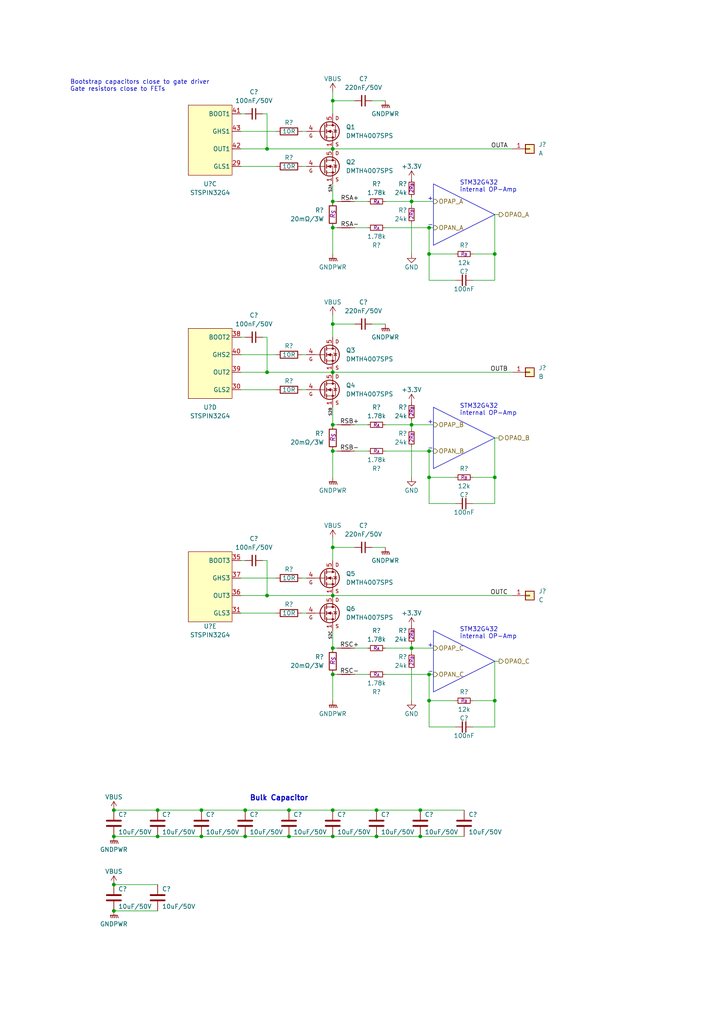
<source format=kicad_sch>
(kicad_sch (version 20230121) (generator eeschema)
  (paper "A4" portrait)
  (junction (at 96.52 130.81))
  (junction (at 71.12 242.57))
  (junction (at 124.46 66.04))
  (junction (at 77.47 43.18))
  (junction (at 119.38 123.19))
  (junction (at 96.52 187.96))
  (junction (at 71.12 234.95))
  (junction (at 33.02 242.57))
  (junction (at 124.46 195.58))
  (junction (at 58.42 234.95))
  (junction (at 143.51 138.43))
  (junction (at 109.22 234.95))
  (junction (at 124.46 138.43))
  (junction (at 96.52 93.98))
  (junction (at 143.51 203.2))
  (junction (at 96.52 242.57))
  (junction (at 96.52 43.18))
  (junction (at 33.02 264.16))
  (junction (at 33.02 234.95))
  (junction (at 45.72 242.57))
  (junction (at 96.52 66.04))
  (junction (at 96.52 107.95))
  (junction (at 83.82 242.57))
  (junction (at 121.92 242.57))
  (junction (at 96.52 123.19))
  (junction (at 58.42 242.57))
  (junction (at 124.46 130.81))
  (junction (at 109.22 242.57))
  (junction (at 96.52 195.58))
  (junction (at 33.02 256.54))
  (junction (at 96.52 158.75))
  (junction (at 96.52 58.42))
  (junction (at 96.52 234.95))
  (junction (at 121.92 234.95))
  (junction (at 96.52 29.21))
  (junction (at 124.46 203.2))
  (junction (at 45.72 234.95))
  (junction (at 77.47 107.95))
  (junction (at 124.46 73.66))
  (junction (at 119.38 58.42))
  (junction (at 143.51 73.66))
  (junction (at 77.47 172.72))
  (junction (at 119.38 187.96))
  (junction (at 83.82 234.95))
  (junction (at 96.52 172.72))
  (wire (pts (xy 69.85 48.26) (xy 80.01 48.26)))
  (wire (pts (xy 33.02 256.54) (xy 45.72 256.54)))
  (wire (pts (xy 69.85 102.87) (xy 80.01 102.87)))
  (polyline (pts (xy 125.73 182.88) (xy 143.51 191.77)))
  (wire (pts (xy 96.52 156.21) (xy 96.52 158.75)))
  (wire (pts (xy 96.52 29.21) (xy 96.52 33.02)))
  (wire (pts (xy 102.87 195.58) (xy 106.68 195.58)))
  (wire (pts (xy 69.85 113.03) (xy 80.01 113.03)))
  (wire (pts (xy 102.87 130.81) (xy 106.68 130.81)))
  (wire (pts (xy 58.42 234.95) (xy 71.12 234.95)))
  (polyline (pts (xy 125.73 71.12) (xy 143.51 62.23)))
  (wire (pts (xy 137.16 146.05) (xy 143.51 146.05)))
  (wire (pts (xy 132.08 81.28) (xy 124.46 81.28)))
  (wire (pts (xy 45.72 234.95) (xy 58.42 234.95)))
  (wire (pts (xy 143.51 203.2) (xy 143.51 191.77)))
  (wire (pts (xy 102.87 123.19) (xy 106.68 123.19)))
  (wire (pts (xy 77.47 33.02) (xy 76.2 33.02)))
  (wire (pts (xy 119.38 121.92) (xy 119.38 123.19)))
  (polyline (pts (xy 125.73 53.34) (xy 143.51 62.23)))
  (wire (pts (xy 71.12 234.95) (xy 83.82 234.95)))
  (wire (pts (xy 45.72 242.57) (xy 58.42 242.57)))
  (wire (pts (xy 137.16 203.2) (xy 143.51 203.2)))
  (polyline (pts (xy 125.73 118.11) (xy 143.51 127)))
  (wire (pts (xy 77.47 43.18) (xy 96.52 43.18)))
  (wire (pts (xy 77.47 107.95) (xy 96.52 107.95)))
  (wire (pts (xy 96.52 26.67) (xy 96.52 29.21)))
  (wire (pts (xy 96.52 43.18) (xy 148.59 43.18)))
  (wire (pts (xy 87.63 177.8) (xy 88.9 177.8)))
  (wire (pts (xy 77.47 172.72) (xy 96.52 172.72)))
  (wire (pts (xy 77.47 97.79) (xy 77.47 107.95)))
  (polyline (pts (xy 125.73 135.89) (xy 125.73 118.11)))
  (wire (pts (xy 83.82 242.57) (xy 96.52 242.57)))
  (wire (pts (xy 107.95 93.98) (xy 111.76 93.98)))
  (wire (pts (xy 96.52 182.88) (xy 96.52 187.96)))
  (wire (pts (xy 97.79 58.42) (xy 96.52 58.42)))
  (wire (pts (xy 96.52 53.34) (xy 96.52 58.42)))
  (wire (pts (xy 143.51 127) (xy 144.78 127)))
  (wire (pts (xy 96.52 172.72) (xy 148.59 172.72)))
  (wire (pts (xy 119.38 129.54) (xy 119.38 138.43)))
  (wire (pts (xy 137.16 210.82) (xy 143.51 210.82)))
  (wire (pts (xy 69.85 172.72) (xy 77.47 172.72)))
  (wire (pts (xy 69.85 107.95) (xy 77.47 107.95)))
  (wire (pts (xy 124.46 130.81) (xy 125.73 130.81)))
  (wire (pts (xy 119.38 124.46) (xy 119.38 123.19)))
  (wire (pts (xy 119.38 59.69) (xy 119.38 58.42)))
  (wire (pts (xy 97.79 130.81) (xy 96.52 130.81)))
  (wire (pts (xy 69.85 43.18) (xy 77.47 43.18)))
  (wire (pts (xy 69.85 38.1) (xy 80.01 38.1)))
  (wire (pts (xy 111.76 187.96) (xy 119.38 187.96)))
  (wire (pts (xy 132.08 203.2) (xy 124.46 203.2)))
  (wire (pts (xy 143.51 191.77) (xy 144.78 191.77)))
  (wire (pts (xy 119.38 123.19) (xy 125.73 123.19)))
  (wire (pts (xy 143.51 73.66) (xy 143.51 62.23)))
  (wire (pts (xy 96.52 242.57) (xy 109.22 242.57)))
  (wire (pts (xy 102.87 187.96) (xy 106.68 187.96)))
  (wire (pts (xy 96.52 107.95) (xy 148.59 107.95)))
  (wire (pts (xy 111.76 130.81) (xy 124.46 130.81)))
  (polyline (pts (xy 125.73 71.12) (xy 125.73 53.34)))
  (wire (pts (xy 137.16 73.66) (xy 143.51 73.66)))
  (wire (pts (xy 124.46 195.58) (xy 125.73 195.58)))
  (wire (pts (xy 96.52 118.11) (xy 96.52 123.19)))
  (wire (pts (xy 102.87 58.42) (xy 106.68 58.42)))
  (wire (pts (xy 87.63 102.87) (xy 88.9 102.87)))
  (wire (pts (xy 83.82 234.95) (xy 96.52 234.95)))
  (wire (pts (xy 96.52 234.95) (xy 109.22 234.95)))
  (wire (pts (xy 96.52 29.21) (xy 102.87 29.21)))
  (wire (pts (xy 97.79 123.19) (xy 96.52 123.19)))
  (wire (pts (xy 77.47 33.02) (xy 77.47 43.18)))
  (wire (pts (xy 97.79 195.58) (xy 96.52 195.58)))
  (wire (pts (xy 96.52 91.44) (xy 96.52 93.98)))
  (wire (pts (xy 124.46 130.81) (xy 124.46 138.43)))
  (wire (pts (xy 69.85 97.79) (xy 71.12 97.79)))
  (wire (pts (xy 58.42 242.57) (xy 71.12 242.57)))
  (wire (pts (xy 87.63 167.64) (xy 88.9 167.64)))
  (wire (pts (xy 33.02 242.57) (xy 45.72 242.57)))
  (wire (pts (xy 87.63 38.1) (xy 88.9 38.1)))
  (wire (pts (xy 143.51 146.05) (xy 143.51 138.43)))
  (wire (pts (xy 143.51 62.23) (xy 144.78 62.23)))
  (wire (pts (xy 107.95 158.75) (xy 111.76 158.75)))
  (wire (pts (xy 96.52 138.43) (xy 96.52 130.81)))
  (wire (pts (xy 124.46 146.05) (xy 124.46 138.43)))
  (wire (pts (xy 119.38 186.69) (xy 119.38 187.96)))
  (wire (pts (xy 69.85 33.02) (xy 71.12 33.02)))
  (wire (pts (xy 143.51 138.43) (xy 143.51 127)))
  (wire (pts (xy 124.46 195.58) (xy 124.46 203.2)))
  (wire (pts (xy 132.08 138.43) (xy 124.46 138.43)))
  (wire (pts (xy 109.22 242.57) (xy 121.92 242.57)))
  (wire (pts (xy 87.63 113.03) (xy 88.9 113.03)))
  (wire (pts (xy 132.08 146.05) (xy 124.46 146.05)))
  (wire (pts (xy 69.85 167.64) (xy 80.01 167.64)))
  (wire (pts (xy 96.52 93.98) (xy 102.87 93.98)))
  (wire (pts (xy 71.12 242.57) (xy 83.82 242.57)))
  (wire (pts (xy 119.38 187.96) (xy 125.73 187.96)))
  (wire (pts (xy 137.16 138.43) (xy 143.51 138.43)))
  (wire (pts (xy 111.76 123.19) (xy 119.38 123.19)))
  (wire (pts (xy 119.38 64.77) (xy 119.38 73.66)))
  (wire (pts (xy 97.79 66.04) (xy 96.52 66.04)))
  (wire (pts (xy 69.85 177.8) (xy 80.01 177.8)))
  (wire (pts (xy 119.38 57.15) (xy 119.38 58.42)))
  (wire (pts (xy 111.76 195.58) (xy 124.46 195.58)))
  (wire (pts (xy 96.52 203.2) (xy 96.52 195.58)))
  (wire (pts (xy 96.52 158.75) (xy 102.87 158.75)))
  (wire (pts (xy 96.52 158.75) (xy 96.52 162.56)))
  (wire (pts (xy 97.79 187.96) (xy 96.52 187.96)))
  (wire (pts (xy 124.46 81.28) (xy 124.46 73.66)))
  (wire (pts (xy 33.02 264.16) (xy 45.72 264.16)))
  (wire (pts (xy 143.51 210.82) (xy 143.51 203.2)))
  (wire (pts (xy 96.52 93.98) (xy 96.52 97.79)))
  (wire (pts (xy 137.16 81.28) (xy 143.51 81.28)))
  (wire (pts (xy 77.47 162.56) (xy 77.47 172.72)))
  (wire (pts (xy 124.46 66.04) (xy 125.73 66.04)))
  (wire (pts (xy 132.08 210.82) (xy 124.46 210.82)))
  (wire (pts (xy 119.38 194.31) (xy 119.38 203.2)))
  (wire (pts (xy 33.02 234.95) (xy 45.72 234.95)))
  (wire (pts (xy 121.92 234.95) (xy 134.62 234.95)))
  (wire (pts (xy 102.87 66.04) (xy 106.68 66.04)))
  (polyline (pts (xy 125.73 200.66) (xy 125.73 182.88)))
  (wire (pts (xy 77.47 97.79) (xy 76.2 97.79)))
  (wire (pts (xy 121.92 242.57) (xy 134.62 242.57)))
  (wire (pts (xy 119.38 58.42) (xy 125.73 58.42)))
  (wire (pts (xy 107.95 29.21) (xy 111.76 29.21)))
  (wire (pts (xy 109.22 234.95) (xy 121.92 234.95)))
  (wire (pts (xy 132.08 73.66) (xy 124.46 73.66)))
  (wire (pts (xy 111.76 58.42) (xy 119.38 58.42)))
  (wire (pts (xy 124.46 66.04) (xy 124.46 73.66)))
  (wire (pts (xy 87.63 48.26) (xy 88.9 48.26)))
  (wire (pts (xy 119.38 189.23) (xy 119.38 187.96)))
  (wire (pts (xy 111.76 66.04) (xy 124.46 66.04)))
  (polyline (pts (xy 125.73 135.89) (xy 143.51 127)))
  (wire (pts (xy 124.46 210.82) (xy 124.46 203.2)))
  (wire (pts (xy 143.51 81.28) (xy 143.51 73.66)))
  (wire (pts (xy 69.85 162.56) (xy 71.12 162.56)))
  (wire (pts (xy 77.47 162.56) (xy 76.2 162.56)))
  (wire (pts (xy 96.52 73.66) (xy 96.52 66.04)))
  (polyline (pts (xy 125.73 200.66) (xy 143.51 191.77)))
  (text "+" (at 125.73 123.19 0) (effects (font (size 1.27 1.27)) (justify right bottom)))
  (text "-" (at 125.73 130.81 0) (effects (font (size 1.27 1.27)) (justify right bottom)))
  (text "Bulk Capacitor" (at 72.39 232.41 0) (effects (font (size 1.5 1.5) (thickness 0.3) bold) (justify left bottom)))
  (text "+" (at 125.73 58.42 0) (effects (font (size 1.27 1.27)) (justify right bottom)))
  (text "+" (at 125.73 187.96 0) (effects (font (size 1.27 1.27)) (justify right bottom)))
  (text "STM32G432\ninternal OP-Amp" (at 133.35 55.88 0) (effects (font (size 1.27 1.27)) (justify left bottom)))
  (text "STM32G432\ninternal OP-Amp" (at 133.35 185.42 0) (effects (font (size 1.27 1.27)) (justify left bottom)))
  (text "Bootstrap capacitors close to gate driver\nGate resistors close to FETs" (at 20.32 26.67 0) (effects (font (size 1.27 1.27)) (justify left bottom)))
  (text "-" (at 125.73 66.04 0) (effects (font (size 1.27 1.27)) (justify right bottom)))
  (text "-" (at 125.73 195.58 0) (effects (font (size 1.27 1.27)) (justify right bottom)))
  (text "STM32G432\ninternal OP-Amp" (at 133.35 120.65 0) (effects (font (size 1.27 1.27)) (justify left bottom)))
  (label "S2B" (at 96.52 118.11 270) (effects (font (size 0.8 0.8))))
  (label "RSA-" (at 104.14 66.04 180))
  (label "RSC-" (at 104.14 195.58 180))
  (label "RSA+" (at 104.14 58.42 180))
  (label "S2A" (at 96.52 53.34 270) (effects (font (size 0.8 0.8))))
  (label "RSB+" (at 104.14 123.19 180))
  (label "RSB-" (at 104.14 130.81 180))
  (label "S2C" (at 96.52 182.88 270) (effects (font (size 0.8 0.8))))
  (label "RSC+" (at 104.14 187.96 180))
  (label "OUTC" (at 147.32 172.72 180))
  (label "OUTA" (at 147.32 43.18 180))
  (label "OUTB" (at 147.32 107.95 180))
  (hierarchical_label "OPAO_B" (shape output) (at 144.78 127 0))
  (hierarchical_label "OPAN_C" (shape output) (at 125.73 195.58 0))
  (hierarchical_label "OPAO_A" (shape output) (at 144.78 62.23 0))
  (hierarchical_label "OPAP_C" (shape output) (at 125.73 187.96 0))
  (hierarchical_label "OPAN_B" (shape output) (at 125.73 130.81 0))
  (hierarchical_label "OPAP_B" (shape output) (at 125.73 123.19 0))
  (hierarchical_label "OPAO_C" (shape output) (at 144.78 191.77 0))
  (hierarchical_label "OPAN_A" (shape output) (at 125.73 66.04 0))
  (hierarchical_label "OPAP_A" (shape output) (at 125.73 58.42 0))
  (symbol (lib_id "Device:C") (at 121.92 238.76 0) (mirror y) (unit 1)
    (property "Reference" "C?" (at 123.19 236.22 0) (effects (justify right)))
    (property "Value" "10uF/50V" (at 123.19 241.3 0) (effects (justify right)))
    (property "Footprint" "Capacitor_SMD:C_0805_2012Metric" (effects hide))
    (property "LCSC" "C440198" (effects hide))
    (property "MFR. Part#" "GRM21BR61H106KE43L" (effects hide))
    (instances (project "moco-rd321" (path "" (reference "C?") (unit 1))) (project "moco-oi401" (path "" (reference "C?") (unit 1)) (path "" (reference "C?") (unit 1))) (project "moco-bkd8316" (path "" (reference "C?") (unit 1))) (project "moco-pg4" (path "" (reference "C30") (unit 1))))
  )
  (symbol (lib_id "power:VBUS") (at 96.52 26.67 0) (unit 1)
    (property "Reference" "#PWR?" (effects hide))
    (property "Value" "VBUS" (at 96.52 22.86 0))
    (instances (project "moco-pg4" (path "" (reference "#PWR?") (unit 1)) (path "" (reference "#PWR029") (unit 1))))
  )
  (symbol (lib_id "Device:NetTie_2") (at 100.33 195.58 0) (mirror y) (unit 1) (in_bom no)
    (property "Reference" "NT?" (effects hide))
    (property "Value" "NetTie_2" (effects hide))
    (property "Footprint" "NetTie:NetTie-2_SMD_Pad0.5mm" (effects hide))
    (instances (project "moco-rd321" (path "" (reference "NT?") (unit 1)) (path "" (reference "NT?") (unit 1))) (project "moco-rd501" (path "" (reference "NT?") (unit 1))) (project "moco-pg4" (path "" (reference "NT?") (unit 1)) (path "" (reference "NT6") (unit 1))))
  )
  (symbol (lib_id "Device:C_Small") (at 105.41 29.21 270) (mirror x) (unit 1)
    (property "Reference" "C?" (at 105.41 22.86 90))
    (property "Value" "220nF/50V" (at 105.41 25.4 90))
    (property "Footprint" "Capacitor_SMD:C_0805_2012Metric" (effects hide))
    (property "LCSC" "C5378" (effects hide))
    (property "MFR. Part#" "CL21B224KBFNNNE" (effects hide))
    (instances (project "moco-rd321" (path "" (reference "C?") (unit 1)) (path "" (reference "C?") (unit 1))) (project "moco-pg4" (path "" (reference "C?") (unit 1)) (path "" (reference "C14") (unit 1))))
  )
  (symbol (lib_id "power:GNDPWR") (at 33.02 242.57 0) (mirror y) (unit 1)
    (property "Reference" "#PWR?" (effects hide))
    (property "Value" "GNDPWR" (at 33.02 246.38 0))
    (instances (project "moco-rd321" (path "" (reference "#PWR?") (unit 1)) (path "" (reference "#PWR?") (unit 1))) (project "moco-rd501" (path "" (reference "#PWR?") (unit 1))) (project "moco-pg4" (path "" (reference "#PWR045") (unit 1))))
  )
  (symbol (lib_id "moco:DMTH4007SPS") (at 96.52 167.64 0) (unit 1)
    (property "Reference" "Q5" (at 100.33 166.37 0) (effects (justify left)))
    (property "Value" "DMTH4007SPS" (at 100.33 168.91 0) (effects (justify left)))
    (property "Footprint" "moco:PowerDI5060-8" (effects hide))
    (property "Datasheet" "https://www.diodes.com/assets/Datasheets/DMTH4007SPS.pdf" (effects hide))
  )
  (symbol (lib_id "Device:C") (at 96.52 238.76 0) (mirror y) (unit 1)
    (property "Reference" "C?" (at 97.79 236.22 0) (effects (justify right)))
    (property "Value" "10uF/50V" (at 97.79 241.3 0) (effects (justify right)))
    (property "Footprint" "Capacitor_SMD:C_0805_2012Metric" (effects hide))
    (property "LCSC" "C440198" (effects hide))
    (property "MFR. Part#" "GRM21BR61H106KE43L" (effects hide))
    (instances (project "moco-rd321" (path "" (reference "C?") (unit 1))) (project "moco-oi401" (path "" (reference "C?") (unit 1)) (path "" (reference "C?") (unit 1))) (project "moco-bkd8316" (path "" (reference "C?") (unit 1))) (project "moco-pg4" (path "" (reference "C28") (unit 1))))
  )
  (symbol (lib_id "Device:R") (at 96.52 62.23 0) (mirror y) (unit 1)
    (property "Reference" "R?" (at 93.98 60.96 0) (effects (justify left)))
    (property "Value" "20mΩ/3W" (at 93.98 63.5 0) (effects (justify left)))
    (property "Footprint" "Resistor_SMD:R_2512_6332Metric" (effects hide))
    (property "LCSC" "C840620" (effects hide))
    (property "MFR. Part#" "CRA2512-FZ-R020ELF" (effects hide))
    (property "Note" "R_{S}" (at 96.52 62.23 90) (effects (font italic)))
    (instances (project "moco-rd321" (path "" (reference "R?") (unit 1)) (path "" (reference "R?") (unit 1))) (project "moco-rd501" (path "" (reference "R?") (unit 1))) (project "moco-pg4" (path "" (reference "R?") (unit 1)) (path "" (reference "R13") (unit 1))))
  )
  (symbol (lib_id "Device:C") (at 45.72 238.76 0) (mirror y) (unit 1)
    (property "Reference" "C?" (at 46.99 236.22 0) (effects (justify right)))
    (property "Value" "10uF/50V" (at 46.99 241.3 0) (effects (justify right)))
    (property "Footprint" "Capacitor_SMD:C_0805_2012Metric" (effects hide))
    (property "LCSC" "C440198" (effects hide))
    (property "MFR. Part#" "GRM21BR61H106KE43L" (effects hide))
    (instances (project "moco-rd321" (path "" (reference "C?") (unit 1))) (project "moco-oi401" (path "" (reference "C?") (unit 1)) (path "" (reference "C?") (unit 1))) (project "moco-bkd8316" (path "" (reference "C?") (unit 1))) (project "moco-pg4" (path "" (reference "C24") (unit 1))))
  )
  (symbol (lib_id "power:+3.3V") (at 119.38 52.07 0) (unit 1)
    (property "Reference" "#PWR?" (effects hide))
    (property "Value" "+3.3V" (at 119.38 48.26 0))
    (instances (project "moco-rd321" (path "" (reference "#PWR?") (unit 1)) (path "" (reference "#PWR?") (unit 1)) (path "" (reference "#PWR?") (unit 1))) (project "moco-pg4" (path "" (reference "#PWR031") (unit 1))))
  )
  (symbol (lib_id "Device:NetTie_2") (at 100.33 66.04 0) (mirror y) (unit 1) (in_bom no)
    (property "Reference" "NT?" (effects hide))
    (property "Value" "NetTie_2" (effects hide))
    (property "Footprint" "NetTie:NetTie-2_SMD_Pad0.5mm" (effects hide))
    (instances (project "moco-rd321" (path "" (reference "NT?") (unit 1)) (path "" (reference "NT?") (unit 1))) (project "moco-rd501" (path "" (reference "NT?") (unit 1))) (project "moco-pg4" (path "" (reference "NT?") (unit 1)) (path "" (reference "NT2") (unit 1))))
  )
  (symbol (lib_id "Device:R_Small") (at 109.22 123.19 90) (unit 1)
    (property "Reference" "R?" (at 109.22 118.11 90))
    (property "Value" "1.78k" (at 109.22 120.65 90))
    (property "Footprint" "Resistor_SMD:R_0402_1005Metric" (effects hide))
    (property "LCSC" "C284379" (effects hide))
    (property "MFR. Part#" "ARG02FTC1781" (effects hide))
    (property "Note" "R_{A}" (at 109.22 123.19 90) (effects (font (size 1 1) italic)))
    (instances (project "moco-rd321" (path "" (reference "R?") (unit 1)) (path "" (reference "R?") (unit 1))) (project "moco-pg4" (path "" (reference "R20") (unit 1))))
  )
  (symbol (lib_id "Device:C_Small") (at 134.62 210.82 270) (mirror x) (unit 1)
    (property "Reference" "C?" (at 134.62 208.28 90))
    (property "Value" "100nF" (at 134.62 213.36 90))
    (property "Footprint" "Capacitor_SMD:C_0402_1005Metric" (effects hide))
    (property "LCSC" "C5378" (effects hide))
    (property "MFR. Part#" "CL21B224KBFNNNE" (effects hide))
    (instances (project "moco-rd321" (path "" (reference "C?") (unit 1)) (path "" (reference "C?") (unit 1))) (project "moco-pg4" (path "" (reference "C?") (unit 1)) (path "" (reference "C22") (unit 1))))
  )
  (symbol (lib_id "power:GNDPWR") (at 96.52 73.66 0) (mirror y) (unit 1)
    (property "Reference" "#PWR?" (effects hide))
    (property "Value" "GNDPWR" (at 96.52 77.47 0))
    (instances (project "moco-rd321" (path "" (reference "#PWR?") (unit 1)) (path "" (reference "#PWR?") (unit 1))) (project "moco-rd501" (path "" (reference "#PWR?") (unit 1))) (project "moco-pg4" (path "" (reference "#PWR?") (unit 1)) (path "" (reference "#PWR032") (unit 1))))
  )
  (symbol (lib_id "moco:STSPIN32G4") (at 60.96 105.41 0) (unit 4)
    (property "Reference" "U?" (at 60.96 118.11 0))
    (property "Value" "STSPIN32G4" (at 60.96 120.65 0))
    (property "Footprint" "moco:VFQFPN 9X9X1.0 64 PITCH 0.5" (effects hide))
    (property "LCSC" "C2858620" (effects hide))
    (property "MFR. Part#" "STSPIN32G4" (effects hide))
    (instances (project "moco-pg4" (path "" (reference "U?") (unit 4)) (path "" (reference "U1") (unit 4))))
  )
  (symbol (lib_id "Device:NetTie_2") (at 100.33 130.81 0) (mirror y) (unit 1) (in_bom no)
    (property "Reference" "NT?" (effects hide))
    (property "Value" "NetTie_2" (effects hide))
    (property "Footprint" "NetTie:NetTie-2_SMD_Pad0.5mm" (effects hide))
    (instances (project "moco-rd321" (path "" (reference "NT?") (unit 1)) (path "" (reference "NT?") (unit 1))) (project "moco-rd501" (path "" (reference "NT?") (unit 1))) (project "moco-pg4" (path "" (reference "NT?") (unit 1)) (path "" (reference "NT4") (unit 1))))
  )
  (symbol (lib_id "power:GNDPWR") (at 96.52 203.2 0) (mirror y) (unit 1)
    (property "Reference" "#PWR?" (effects hide))
    (property "Value" "GNDPWR" (at 96.52 207.01 0))
    (instances (project "moco-rd321" (path "" (reference "#PWR?") (unit 1)) (path "" (reference "#PWR?") (unit 1))) (project "moco-rd501" (path "" (reference "#PWR?") (unit 1))) (project "moco-pg4" (path "" (reference "#PWR?") (unit 1)) (path "" (reference "#PWR042") (unit 1))))
  )
  (symbol (lib_id "power:GND") (at 119.38 138.43 0) (unit 1)
    (property "Reference" "#PWR?" (effects hide))
    (property "Value" "GND" (at 119.38 142.24 0))
    (instances (project "moco-rd321" (path "" (reference "#PWR?") (unit 1)) (path "" (reference "#PWR?") (unit 1))) (project "moco-pg4" (path "" (reference "#PWR038") (unit 1))))
  )
  (symbol (lib_id "Device:R") (at 83.82 177.8 90) (unit 1)
    (property "Reference" "R?" (at 83.82 175.26 90))
    (property "Value" "10R" (at 83.82 177.8 90))
    (property "Footprint" "Resistor_SMD:R_0402_1005Metric" (effects hide))
    (property "LCSC" "C25077" (effects hide))
    (property "MFR. Part#" "0402WGF100JTCE" (effects hide))
    (instances (project "moco-rd321" (path "" (reference "R?") (unit 1)) (path "" (reference "R?") (unit 1))) (project "moco-pg4" (path "" (reference "R?") (unit 1)) (path "" (reference "R26") (unit 1))))
  )
  (symbol (lib_id "Device:NetTie_2") (at 100.33 58.42 0) (mirror y) (unit 1) (in_bom no)
    (property "Reference" "NT?" (effects hide))
    (property "Value" "NetTie_2" (effects hide))
    (property "Footprint" "NetTie:NetTie-2_SMD_Pad0.5mm" (effects hide))
    (instances (project "moco-rd321" (path "" (reference "NT?") (unit 1)) (path "" (reference "NT?") (unit 1))) (project "moco-rd501" (path "" (reference "NT?") (unit 1))) (project "moco-pg4" (path "" (reference "NT?") (unit 1)) (path "" (reference "NT1") (unit 1))))
  )
  (symbol (lib_id "Device:R") (at 83.82 102.87 90) (unit 1)
    (property "Reference" "R?" (at 83.82 100.33 90))
    (property "Value" "10R" (at 83.82 102.87 90))
    (property "Footprint" "Resistor_SMD:R_0402_1005Metric" (effects hide))
    (property "LCSC" "C25077" (effects hide))
    (property "MFR. Part#" "0402WGF100JTCE" (effects hide))
    (instances (project "moco-rd321" (path "" (reference "R?") (unit 1)) (path "" (reference "R?") (unit 1))) (project "moco-pg4" (path "" (reference "R?") (unit 1)) (path "" (reference "R17") (unit 1))))
  )
  (symbol (lib_id "Device:NetTie_2") (at 100.33 187.96 0) (mirror y) (unit 1) (in_bom no)
    (property "Reference" "NT?" (effects hide))
    (property "Value" "NetTie_2" (effects hide))
    (property "Footprint" "NetTie:NetTie-2_SMD_Pad0.5mm" (effects hide))
    (instances (project "moco-rd321" (path "" (reference "NT?") (unit 1)) (path "" (reference "NT?") (unit 1))) (project "moco-rd501" (path "" (reference "NT?") (unit 1))) (project "moco-pg4" (path "" (reference "NT?") (unit 1)) (path "" (reference "NT5") (unit 1))))
  )
  (symbol (lib_id "Device:R") (at 96.52 127 0) (mirror y) (unit 1)
    (property "Reference" "R?" (at 93.98 125.73 0) (effects (justify left)))
    (property "Value" "20mΩ/3W" (at 93.98 128.27 0) (effects (justify left)))
    (property "Footprint" "Resistor_SMD:R_2512_6332Metric" (effects hide))
    (property "LCSC" "C840620" (effects hide))
    (property "MFR. Part#" "CRA2512-FZ-R020ELF" (effects hide))
    (property "Note" "R_{S}" (at 96.52 127 90) (effects (font italic)))
    (instances (project "moco-rd321" (path "" (reference "R?") (unit 1)) (path "" (reference "R?") (unit 1))) (project "moco-rd501" (path "" (reference "R?") (unit 1))) (project "moco-pg4" (path "" (reference "R?") (unit 1)) (path "" (reference "R21") (unit 1))))
  )
  (symbol (lib_id "Device:C") (at 45.72 260.35 0) (mirror y) (unit 1)
    (property "Reference" "C?" (at 46.99 257.81 0) (effects (justify right)))
    (property "Value" "10uF/50V" (at 46.99 262.89 0) (effects (justify right)))
    (property "Footprint" "Capacitor_SMD:C_0805_2012Metric" (effects hide))
    (property "LCSC" "C440198" (effects hide))
    (property "MFR. Part#" "GRM21BR61H106KE43L" (effects hide))
    (instances (project "moco-rd321" (path "" (reference "C?") (unit 1))) (project "moco-oi401" (path "" (reference "C?") (unit 1)) (path "" (reference "C?") (unit 1))) (project "moco-bkd8316" (path "" (reference "C?") (unit 1))) (project "moco-pg4" (path "" (reference "C34") (unit 1))))
  )
  (symbol (lib_id "Device:C") (at 109.22 238.76 0) (mirror y) (unit 1)
    (property "Reference" "C?" (at 110.49 236.22 0) (effects (justify right)))
    (property "Value" "10uF/50V" (at 110.49 241.3 0) (effects (justify right)))
    (property "Footprint" "Capacitor_SMD:C_0805_2012Metric" (effects hide))
    (property "LCSC" "C440198" (effects hide))
    (property "MFR. Part#" "GRM21BR61H106KE43L" (effects hide))
    (instances (project "moco-rd321" (path "" (reference "C?") (unit 1))) (project "moco-oi401" (path "" (reference "C?") (unit 1)) (path "" (reference "C?") (unit 1))) (project "moco-bkd8316" (path "" (reference "C?") (unit 1))) (project "moco-pg4" (path "" (reference "C29") (unit 1))))
  )
  (symbol (lib_id "Device:C") (at 58.42 238.76 0) (mirror y) (unit 1)
    (property "Reference" "C?" (at 59.69 236.22 0) (effects (justify right)))
    (property "Value" "10uF/50V" (at 59.69 241.3 0) (effects (justify right)))
    (property "Footprint" "Capacitor_SMD:C_0805_2012Metric" (effects hide))
    (property "LCSC" "C440198" (effects hide))
    (property "MFR. Part#" "GRM21BR61H106KE43L" (effects hide))
    (instances (project "moco-rd321" (path "" (reference "C?") (unit 1))) (project "moco-oi401" (path "" (reference "C?") (unit 1)) (path "" (reference "C?") (unit 1))) (project "moco-bkd8316" (path "" (reference "C?") (unit 1))) (project "moco-pg4" (path "" (reference "C25") (unit 1))))
  )
  (symbol (lib_id "Device:C_Small") (at 134.62 146.05 270) (mirror x) (unit 1)
    (property "Reference" "C?" (at 134.62 143.51 90))
    (property "Value" "100nF" (at 134.62 148.59 90))
    (property "Footprint" "Capacitor_SMD:C_0402_1005Metric" (effects hide))
    (property "LCSC" "C5378" (effects hide))
    (property "MFR. Part#" "CL21B224KBFNNNE" (effects hide))
    (instances (project "moco-rd321" (path "" (reference "C?") (unit 1)) (path "" (reference "C?") (unit 1))) (project "moco-pg4" (path "" (reference "C?") (unit 1)) (path "" (reference "C19") (unit 1))))
  )
  (symbol (lib_id "Device:R") (at 83.82 113.03 90) (unit 1)
    (property "Reference" "R?" (at 83.82 110.49 90))
    (property "Value" "10R" (at 83.82 113.03 90))
    (property "Footprint" "Resistor_SMD:R_0402_1005Metric" (effects hide))
    (property "LCSC" "C25077" (effects hide))
    (property "MFR. Part#" "0402WGF100JTCE" (effects hide))
    (instances (project "moco-rd321" (path "" (reference "R?") (unit 1)) (path "" (reference "R?") (unit 1))) (project "moco-pg4" (path "" (reference "R?") (unit 1)) (path "" (reference "R18") (unit 1))))
  )
  (symbol (lib_id "Device:R_Small") (at 134.62 203.2 90) (unit 1)
    (property "Reference" "R?" (at 134.62 200.66 90))
    (property "Value" "12k" (at 134.62 205.74 90))
    (property "Footprint" "Resistor_SMD:R_0402_1005Metric" (effects hide))
    (property "LCSC" "C25752" (effects hide))
    (property "MFR. Part#" "0402WGF1202TCE" (effects hide))
    (property "Note" "R_{B}" (at 134.62 203.2 90) (effects (font (size 1 1) italic)))
    (instances (project "moco-rd321" (path "" (reference "R?") (unit 1)) (path "" (reference "R?") (unit 1))) (project "moco-pg4" (path "" (reference "R32") (unit 1))))
  )
  (symbol (lib_id "Connector_Generic:Conn_01x01") (at 153.67 107.95 0) (unit 1)
    (property "Reference" "J?" (at 156.21 106.68 0) (effects (justify left)))
    (property "Value" "B" (at 156.21 109.22 0) (effects (justify left)))
    (property "Footprint" "moco:wire_2.2mm_rectagnel" (effects hide))
    (instances (project "moco-rd321" (path "" (reference "J?") (unit 1))) (project "moco-oi401" (path "" (reference "J?") (unit 1)) (path "" (reference "J?") (unit 1))) (project "moco-bkd8316" (path "" (reference "J?") (unit 1))) (project "moco-pg4" (path "" (reference "J?") (unit 1)) (path "" (reference "J6") (unit 1))))
  )
  (symbol (lib_id "Device:C") (at 71.12 238.76 0) (mirror y) (unit 1)
    (property "Reference" "C?" (at 72.39 236.22 0) (effects (justify right)))
    (property "Value" "10uF/50V" (at 72.39 241.3 0) (effects (justify right)))
    (property "Footprint" "Capacitor_SMD:C_0805_2012Metric" (effects hide))
    (property "LCSC" "C440198" (effects hide))
    (property "MFR. Part#" "GRM21BR61H106KE43L" (effects hide))
    (instances (project "moco-rd321" (path "" (reference "C?") (unit 1))) (project "moco-oi401" (path "" (reference "C?") (unit 1)) (path "" (reference "C?") (unit 1))) (project "moco-bkd8316" (path "" (reference "C?") (unit 1))) (project "moco-pg4" (path "" (reference "C26") (unit 1))))
  )
  (symbol (lib_id "power:GNDPWR") (at 33.02 264.16 0) (mirror y) (unit 1)
    (property "Reference" "#PWR?" (effects hide))
    (property "Value" "GNDPWR" (at 33.02 267.97 0))
    (instances (project "moco-rd321" (path "" (reference "#PWR?") (unit 1)) (path "" (reference "#PWR?") (unit 1))) (project "moco-rd501" (path "" (reference "#PWR?") (unit 1))) (project "moco-pg4" (path "" (reference "#PWR047") (unit 1))))
  )
  (symbol (lib_id "Device:C") (at 83.82 238.76 0) (mirror y) (unit 1)
    (property "Reference" "C?" (at 85.09 236.22 0) (effects (justify right)))
    (property "Value" "10uF/50V" (at 85.09 241.3 0) (effects (justify right)))
    (property "Footprint" "Capacitor_SMD:C_0805_2012Metric" (effects hide))
    (property "LCSC" "C440198" (effects hide))
    (property "MFR. Part#" "GRM21BR61H106KE43L" (effects hide))
    (instances (project "moco-rd321" (path "" (reference "C?") (unit 1))) (project "moco-oi401" (path "" (reference "C?") (unit 1)) (path "" (reference "C?") (unit 1))) (project "moco-bkd8316" (path "" (reference "C?") (unit 1))) (project "moco-pg4" (path "" (reference "C27") (unit 1))))
  )
  (symbol (lib_id "power:GNDPWR") (at 111.76 93.98 0) (mirror y) (unit 1)
    (property "Reference" "#PWR?" (effects hide))
    (property "Value" "GNDPWR" (at 111.76 97.79 0))
    (instances (project "moco-rd321" (path "" (reference "#PWR?") (unit 1)) (path "" (reference "#PWR?") (unit 1))) (project "moco-rd501" (path "" (reference "#PWR?") (unit 1))) (project "moco-pg4" (path "" (reference "#PWR?") (unit 1)) (path "" (reference "#PWR035") (unit 1))))
  )
  (symbol (lib_id "Device:C_Small") (at 105.41 93.98 270) (mirror x) (unit 1)
    (property "Reference" "C?" (at 105.41 87.63 90))
    (property "Value" "220nF/50V" (at 105.41 90.17 90))
    (property "Footprint" "Capacitor_SMD:C_0805_2012Metric" (effects hide))
    (property "LCSC" "C5378" (effects hide))
    (property "MFR. Part#" "CL21B224KBFNNNE" (effects hide))
    (instances (project "moco-rd321" (path "" (reference "C?") (unit 1)) (path "" (reference "C?") (unit 1))) (project "moco-pg4" (path "" (reference "C?") (unit 1)) (path "" (reference "C17") (unit 1))))
  )
  (symbol (lib_id "power:GND") (at 119.38 73.66 0) (unit 1)
    (property "Reference" "#PWR?" (effects hide))
    (property "Value" "GND" (at 119.38 77.47 0))
    (instances (project "moco-rd321" (path "" (reference "#PWR?") (unit 1)) (path "" (reference "#PWR?") (unit 1))) (project "moco-pg4" (path "" (reference "#PWR033") (unit 1))))
  )
  (symbol (lib_id "Device:C") (at 33.02 260.35 0) (mirror y) (unit 1)
    (property "Reference" "C?" (at 34.29 257.81 0) (effects (justify right)))
    (property "Value" "10uF/50V" (at 34.29 262.89 0) (effects (justify right)))
    (property "Footprint" "Capacitor_SMD:C_0805_2012Metric" (effects hide))
    (property "LCSC" "C440198" (effects hide))
    (property "MFR. Part#" "GRM21BR61H106KE43L" (effects hide))
    (instances (project "moco-rd321" (path "" (reference "C?") (unit 1))) (project "moco-oi401" (path "" (reference "C?") (unit 1)) (path "" (reference "C?") (unit 1))) (project "moco-bkd8316" (path "" (reference "C?") (unit 1))) (project "moco-pg4" (path "" (reference "C33") (unit 1))))
  )
  (symbol (lib_id "Device:R_Small") (at 109.22 58.42 90) (unit 1)
    (property "Reference" "R?" (at 109.22 53.34 90))
    (property "Value" "1.78k" (at 109.22 55.88 90))
    (property "Footprint" "Resistor_SMD:R_0402_1005Metric" (effects hide))
    (property "LCSC" "C284379" (effects hide))
    (property "MFR. Part#" "ARG02FTC1781" (effects hide))
    (property "Note" "R_{A}" (at 109.22 58.42 90) (effects (font (size 1 1) italic)))
    (instances (project "moco-rd321" (path "" (reference "R?") (unit 1)) (path "" (reference "R?") (unit 1))) (project "moco-pg4" (path "" (reference "R12") (unit 1))))
  )
  (symbol (lib_id "Device:R") (at 83.82 48.26 90) (unit 1)
    (property "Reference" "R?" (at 83.82 45.72 90))
    (property "Value" "10R" (at 83.82 48.26 90))
    (property "Footprint" "Resistor_SMD:R_0402_1005Metric" (effects hide))
    (property "LCSC" "C25077" (effects hide))
    (property "MFR. Part#" "0402WGF100JTCE" (effects hide))
    (instances (project "moco-rd321" (path "" (reference "R?") (unit 1)) (path "" (reference "R?") (unit 1))) (project "moco-pg4" (path "" (reference "R?") (unit 1)) (path "" (reference "R10") (unit 1))))
  )
  (symbol (lib_id "Device:C_Small") (at 105.41 158.75 270) (mirror x) (unit 1)
    (property "Reference" "C?" (at 105.41 152.4 90))
    (property "Value" "220nF/50V" (at 105.41 154.94 90))
    (property "Footprint" "Capacitor_SMD:C_0805_2012Metric" (effects hide))
    (property "LCSC" "C5378" (effects hide))
    (property "MFR. Part#" "CL21B224KBFNNNE" (effects hide))
    (instances (project "moco-rd321" (path "" (reference "C?") (unit 1)) (path "" (reference "C?") (unit 1))) (project "moco-pg4" (path "" (reference "C?") (unit 1)) (path "" (reference "C20") (unit 1))))
  )
  (symbol (lib_id "Device:R_Small") (at 119.38 184.15 0) (mirror y) (unit 1)
    (property "Reference" "R?" (at 118.11 182.88 0) (effects (justify left)))
    (property "Value" "24k" (at 118.11 185.42 0) (effects (justify left)))
    (property "Footprint" "Resistor_SMD:R_0402_1005Metric" (effects hide))
    (property "LCSC" "C25769" (effects hide))
    (property "MFR. Part#" "0402WGF2402TCE" (effects hide))
    (property "Note" "2R_{B}" (at 119.38 184.15 90) (effects (font (size 1 1) italic)))
    (instances (project "moco-rd321" (path "" (reference "R?") (unit 1)) (path "" (reference "R?") (unit 1))) (project "moco-pg4" (path "" (reference "R27") (unit 1))))
  )
  (symbol (lib_id "power:+3.3V") (at 119.38 116.84 0) (unit 1)
    (property "Reference" "#PWR?" (effects hide))
    (property "Value" "+3.3V" (at 119.38 113.03 0))
    (instances (project "moco-rd321" (path "" (reference "#PWR?") (unit 1)) (path "" (reference "#PWR?") (unit 1)) (path "" (reference "#PWR?") (unit 1))) (project "moco-pg4" (path "" (reference "#PWR036") (unit 1))))
  )
  (symbol (lib_id "power:GNDPWR") (at 111.76 158.75 0) (mirror y) (unit 1)
    (property "Reference" "#PWR?" (effects hide))
    (property "Value" "GNDPWR" (at 111.76 162.56 0))
    (instances (project "moco-rd321" (path "" (reference "#PWR?") (unit 1)) (path "" (reference "#PWR?") (unit 1))) (project "moco-rd501" (path "" (reference "#PWR?") (unit 1))) (project "moco-pg4" (path "" (reference "#PWR?") (unit 1)) (path "" (reference "#PWR040") (unit 1))))
  )
  (symbol (lib_id "Device:R") (at 83.82 38.1 90) (unit 1)
    (property "Reference" "R?" (at 83.82 35.56 90))
    (property "Value" "10R" (at 83.82 38.1 90))
    (property "Footprint" "Resistor_SMD:R_0402_1005Metric" (effects hide))
    (property "LCSC" "C25077" (effects hide))
    (property "MFR. Part#" "0402WGF100JTCE" (effects hide))
    (instances (project "moco-rd321" (path "" (reference "R?") (unit 1)) (path "" (reference "R?") (unit 1))) (project "moco-pg4" (path "" (reference "R?") (unit 1)) (path "" (reference "R9") (unit 1))))
  )
  (symbol (lib_id "power:GNDPWR") (at 96.52 138.43 0) (mirror y) (unit 1)
    (property "Reference" "#PWR?" (effects hide))
    (property "Value" "GNDPWR" (at 96.52 142.24 0))
    (instances (project "moco-rd321" (path "" (reference "#PWR?") (unit 1)) (path "" (reference "#PWR?") (unit 1))) (project "moco-rd501" (path "" (reference "#PWR?") (unit 1))) (project "moco-pg4" (path "" (reference "#PWR?") (unit 1)) (path "" (reference "#PWR037") (unit 1))))
  )
  (symbol (lib_id "Device:NetTie_2") (at 100.33 123.19 0) (mirror y) (unit 1) (in_bom no)
    (property "Reference" "NT?" (effects hide))
    (property "Value" "NetTie_2" (effects hide))
    (property "Footprint" "NetTie:NetTie-2_SMD_Pad0.5mm" (effects hide))
    (instances (project "moco-rd321" (path "" (reference "NT?") (unit 1)) (path "" (reference "NT?") (unit 1))) (project "moco-rd501" (path "" (reference "NT?") (unit 1))) (project "moco-pg4" (path "" (reference "NT?") (unit 1)) (path "" (reference "NT3") (unit 1))))
  )
  (symbol (lib_id "Device:C_Small") (at 134.62 81.28 270) (mirror x) (unit 1)
    (property "Reference" "C?" (at 134.62 78.74 90))
    (property "Value" "100nF" (at 134.62 83.82 90))
    (property "Footprint" "Capacitor_SMD:C_0402_1005Metric" (effects hide))
    (property "LCSC" "C5378" (effects hide))
    (property "MFR. Part#" "CL21B224KBFNNNE" (effects hide))
    (instances (project "moco-rd321" (path "" (reference "C?") (unit 1)) (path "" (reference "C?") (unit 1))) (project "moco-pg4" (path "" (reference "C?") (unit 1)) (path "" (reference "C16") (unit 1))))
  )
  (symbol (lib_id "Device:R_Small") (at 109.22 130.81 90) (mirror x) (unit 1)
    (property "Reference" "R?" (at 109.22 135.89 90))
    (property "Value" "1.78k" (at 109.22 133.35 90))
    (property "Footprint" "Resistor_SMD:R_0402_1005Metric" (effects hide))
    (property "LCSC" "C284379" (effects hide))
    (property "MFR. Part#" "ARG02FTC1781" (effects hide))
    (property "Note" "R_{A}" (at 109.22 130.81 90) (effects (font (size 1 1) italic)))
    (instances (project "moco-rd321" (path "" (reference "R?") (unit 1)) (path "" (reference "R?") (unit 1))) (project "moco-pg4" (path "" (reference "R23") (unit 1))))
  )
  (symbol (lib_id "moco:STSPIN32G4") (at 60.96 40.64 0) (unit 3)
    (property "Reference" "U?" (at 60.96 53.34 0))
    (property "Value" "STSPIN32G4" (at 60.96 55.88 0))
    (property "Footprint" "moco:VFQFPN 9X9X1.0 64 PITCH 0.5" (effects hide))
    (property "LCSC" "C2858620" (effects hide))
    (property "MFR. Part#" "STSPIN32G4" (effects hide))
    (instances (project "moco-pg4" (path "" (reference "U?") (unit 3)) (path "" (reference "U1") (unit 3))))
  )
  (symbol (lib_id "moco:DMTH4007SPS") (at 96.52 113.03 0) (unit 1)
    (property "Reference" "Q4" (at 100.33 111.76 0) (effects (justify left)))
    (property "Value" "DMTH4007SPS" (at 100.33 114.3 0) (effects (justify left)))
    (property "Footprint" "moco:PowerDI5060-8" (effects hide))
    (property "Datasheet" "https://www.diodes.com/assets/Datasheets/DMTH4007SPS.pdf" (effects hide))
  )
  (symbol (lib_id "Device:R_Small") (at 119.38 127 0) (mirror y) (unit 1)
    (property "Reference" "R?" (at 118.11 125.73 0) (effects (justify left)))
    (property "Value" "24k" (at 118.11 128.27 0) (effects (justify left)))
    (property "Footprint" "Resistor_SMD:R_0402_1005Metric" (effects hide))
    (property "LCSC" "C25769" (effects hide))
    (property "MFR. Part#" "0402WGF2402TCE" (effects hide))
    (property "Note" "2R_{B}" (at 119.38 127 90) (effects (font (size 1 1) italic)))
    (instances (project "moco-rd321" (path "" (reference "R?") (unit 1)) (path "" (reference "R?") (unit 1))) (project "moco-pg4" (path "" (reference "R22") (unit 1))))
  )
  (symbol (lib_id "Device:R") (at 83.82 167.64 90) (unit 1)
    (property "Reference" "R?" (at 83.82 165.1 90))
    (property "Value" "10R" (at 83.82 167.64 90))
    (property "Footprint" "Resistor_SMD:R_0402_1005Metric" (effects hide))
    (property "LCSC" "C25077" (effects hide))
    (property "MFR. Part#" "0402WGF100JTCE" (effects hide))
    (instances (project "moco-rd321" (path "" (reference "R?") (unit 1)) (path "" (reference "R?") (unit 1))) (project "moco-pg4" (path "" (reference "R?") (unit 1)) (path "" (reference "R25") (unit 1))))
  )
  (symbol (lib_id "power:GND") (at 119.38 203.2 0) (unit 1)
    (property "Reference" "#PWR?" (effects hide))
    (property "Value" "GND" (at 119.38 207.01 0))
    (instances (project "moco-rd321" (path "" (reference "#PWR?") (unit 1)) (path "" (reference "#PWR?") (unit 1))) (project "moco-pg4" (path "" (reference "#PWR043") (unit 1))))
  )
  (symbol (lib_id "moco:DMTH4007SPS") (at 96.52 177.8 0) (unit 1)
    (property "Reference" "Q6" (at 100.33 176.53 0) (effects (justify left)))
    (property "Value" "DMTH4007SPS" (at 100.33 179.07 0) (effects (justify left)))
    (property "Footprint" "moco:PowerDI5060-8" (effects hide))
    (property "Datasheet" "https://www.diodes.com/assets/Datasheets/DMTH4007SPS.pdf" (effects hide))
  )
  (symbol (lib_id "Device:R_Small") (at 134.62 138.43 90) (unit 1)
    (property "Reference" "R?" (at 134.62 135.89 90))
    (property "Value" "12k" (at 134.62 140.97 90))
    (property "Footprint" "Resistor_SMD:R_0402_1005Metric" (effects hide))
    (property "LCSC" "C25752" (effects hide))
    (property "MFR. Part#" "0402WGF1202TCE" (effects hide))
    (property "Note" "R_{B}" (at 134.62 138.43 90) (effects (font (size 1 1) italic)))
    (instances (project "moco-rd321" (path "" (reference "R?") (unit 1)) (path "" (reference "R?") (unit 1))) (project "moco-pg4" (path "" (reference "R24") (unit 1))))
  )
  (symbol (lib_id "Device:R_Small") (at 119.38 54.61 0) (mirror y) (unit 1)
    (property "Reference" "R?" (at 118.11 53.34 0) (effects (justify left)))
    (property "Value" "24k" (at 118.11 55.88 0) (effects (justify left)))
    (property "Footprint" "Resistor_SMD:R_0402_1005Metric" (effects hide))
    (property "LCSC" "C25769" (effects hide))
    (property "MFR. Part#" "0402WGF2402TCE" (effects hide))
    (property "Note" "2R_{B}" (at 119.38 54.61 90) (effects (font (size 1 1) italic)))
    (instances (project "moco-rd321" (path "" (reference "R?") (unit 1)) (path "" (reference "R?") (unit 1))) (project "moco-pg4" (path "" (reference "R11") (unit 1))))
  )
  (symbol (lib_id "power:GNDPWR") (at 111.76 29.21 0) (mirror y) (unit 1)
    (property "Reference" "#PWR?" (effects hide))
    (property "Value" "GNDPWR" (at 111.76 33.02 0))
    (instances (project "moco-rd321" (path "" (reference "#PWR?") (unit 1)) (path "" (reference "#PWR?") (unit 1))) (project "moco-rd501" (path "" (reference "#PWR?") (unit 1))) (project "moco-pg4" (path "" (reference "#PWR?") (unit 1)) (path "" (reference "#PWR030") (unit 1))))
  )
  (symbol (lib_id "power:+3.3V") (at 119.38 181.61 0) (unit 1)
    (property "Reference" "#PWR?" (effects hide))
    (property "Value" "+3.3V" (at 119.38 177.8 0))
    (instances (project "moco-rd321" (path "" (reference "#PWR?") (unit 1)) (path "" (reference "#PWR?") (unit 1)) (path "" (reference "#PWR?") (unit 1))) (project "moco-pg4" (path "" (reference "#PWR041") (unit 1))))
  )
  (symbol (lib_id "Device:R_Small") (at 109.22 187.96 90) (unit 1)
    (property "Reference" "R?" (at 109.22 182.88 90))
    (property "Value" "1.78k" (at 109.22 185.42 90))
    (property "Footprint" "Resistor_SMD:R_0402_1005Metric" (effects hide))
    (property "LCSC" "C284379" (effects hide))
    (property "MFR. Part#" "ARG02FTC1781" (effects hide))
    (property "Note" "R_{A}" (at 109.22 187.96 90) (effects (font (size 1 1) italic)))
    (instances (project "moco-rd321" (path "" (reference "R?") (unit 1)) (path "" (reference "R?") (unit 1))) (project "moco-pg4" (path "" (reference "R28") (unit 1))))
  )
  (symbol (lib_id "Device:C") (at 134.62 238.76 0) (mirror y) (unit 1)
    (property "Reference" "C?" (at 135.89 236.22 0) (effects (justify right)))
    (property "Value" "10uF/50V" (at 135.89 241.3 0) (effects (justify right)))
    (property "Footprint" "Capacitor_SMD:C_0805_2012Metric" (effects hide))
    (property "LCSC" "C440198" (effects hide))
    (property "MFR. Part#" "GRM21BR61H106KE43L" (effects hide))
    (instances (project "moco-rd321" (path "" (reference "C?") (unit 1))) (project "moco-oi401" (path "" (reference "C?") (unit 1)) (path "" (reference "C?") (unit 1))) (project "moco-bkd8316" (path "" (reference "C?") (unit 1))) (project "moco-pg4" (path "" (reference "C31") (unit 1))))
  )
  (symbol (lib_id "Device:R") (at 96.52 191.77 0) (mirror y) (unit 1)
    (property "Reference" "R?" (at 93.98 190.5 0) (effects (justify left)))
    (property "Value" "20mΩ/3W" (at 93.98 193.04 0) (effects (justify left)))
    (property "Footprint" "Resistor_SMD:R_2512_6332Metric" (effects hide))
    (property "LCSC" "C840620" (effects hide))
    (property "MFR. Part#" "CRA2512-FZ-R020ELF" (effects hide))
    (property "Note" "R_{S}" (at 96.52 191.77 90) (effects (font italic)))
    (instances (project "moco-rd321" (path "" (reference "R?") (unit 1)) (path "" (reference "R?") (unit 1))) (project "moco-rd501" (path "" (reference "R?") (unit 1))) (project "moco-pg4" (path "" (reference "R?") (unit 1)) (path "" (reference "R29") (unit 1))))
  )
  (symbol (lib_id "Device:R_Small") (at 119.38 62.23 0) (mirror y) (unit 1)
    (property "Reference" "R?" (at 118.11 60.96 0) (effects (justify left)))
    (property "Value" "24k" (at 118.11 63.5 0) (effects (justify left)))
    (property "Footprint" "Resistor_SMD:R_0402_1005Metric" (effects hide))
    (property "LCSC" "C25769" (effects hide))
    (property "MFR. Part#" "0402WGF2402TCE" (effects hide))
    (property "Note" "2R_{B}" (at 119.38 62.23 90) (effects (font (size 1 1) italic)))
    (instances (project "moco-rd321" (path "" (reference "R?") (unit 1)) (path "" (reference "R?") (unit 1))) (project "moco-pg4" (path "" (reference "R14") (unit 1))))
  )
  (symbol (lib_id "moco:DMTH4007SPS") (at 96.52 38.1 0) (unit 1)
    (property "Reference" "Q1" (at 100.33 36.83 0) (effects (justify left)))
    (property "Value" "DMTH4007SPS" (at 100.33 39.37 0) (effects (justify left)))
    (property "Footprint" "moco:PowerDI5060-8" (effects hide))
    (property "Datasheet" "https://www.diodes.com/assets/Datasheets/DMTH4007SPS.pdf" (effects hide))
  )
  (symbol (lib_id "Device:C_Small") (at 73.66 33.02 270) (unit 1)
    (property "Reference" "C?" (at 73.66 26.67 90))
    (property "Value" "100nF/50V" (at 73.66 29.21 90))
    (property "Footprint" "Capacitor_SMD:C_0402_1005Metric" (effects hide))
    (property "LCSC" "C307331" (effects hide))
    (property "MFR. Part#" "CL05B104KB54PNC" (effects hide))
    (instances (project "moco-rd321" (path "" (reference "C?") (unit 1))) (project "moco-oi401" (path "" (reference "C?") (unit 1)) (path "" (reference "C?") (unit 1))) (project "moco-bkd8316" (path "" (reference "C?") (unit 1))) (project "moco-pg4" (path "" (reference "C?") (unit 1)) (path "" (reference "C15") (unit 1))))
  )
  (symbol (lib_id "Device:C_Small") (at 73.66 162.56 270) (unit 1)
    (property "Reference" "C?" (at 73.66 156.21 90))
    (property "Value" "100nF/50V" (at 73.66 158.75 90))
    (property "Footprint" "Capacitor_SMD:C_0402_1005Metric" (effects hide))
    (property "LCSC" "C307331" (effects hide))
    (property "MFR. Part#" "CL05B104KB54PNC" (effects hide))
    (instances (project "moco-rd321" (path "" (reference "C?") (unit 1))) (project "moco-oi401" (path "" (reference "C?") (unit 1)) (path "" (reference "C?") (unit 1))) (project "moco-bkd8316" (path "" (reference "C?") (unit 1))) (project "moco-pg4" (path "" (reference "C?") (unit 1)) (path "" (reference "C21") (unit 1))))
  )
  (symbol (lib_id "moco:STSPIN32G4") (at 60.96 170.18 0) (unit 5)
    (property "Reference" "U?" (at 60.96 181.61 0))
    (property "Value" "STSPIN32G4" (at 60.96 184.15 0))
    (property "Footprint" "moco:VFQFPN 9X9X1.0 64 PITCH 0.5" (effects hide))
    (property "LCSC" "C2858620" (effects hide))
    (property "MFR. Part#" "STSPIN32G4" (effects hide))
    (instances (project "moco-pg4" (path "" (reference "U?") (unit 5)) (path "" (reference "U1") (unit 5))))
  )
  (symbol (lib_id "Device:R_Small") (at 109.22 66.04 90) (mirror x) (unit 1)
    (property "Reference" "R?" (at 109.22 71.12 90))
    (property "Value" "1.78k" (at 109.22 68.58 90))
    (property "Footprint" "Resistor_SMD:R_0402_1005Metric" (effects hide))
    (property "LCSC" "C284379" (effects hide))
    (property "MFR. Part#" "ARG02FTC1781" (effects hide))
    (property "Note" "R_{A}" (at 109.22 66.04 90) (effects (font (size 1 1) italic)))
    (instances (project "moco-rd321" (path "" (reference "R?") (unit 1)) (path "" (reference "R?") (unit 1))) (project "moco-pg4" (path "" (reference "R15") (unit 1))))
  )
  (symbol (lib_id "power:VBUS") (at 96.52 156.21 0) (unit 1)
    (property "Reference" "#PWR?" (effects hide))
    (property "Value" "VBUS" (at 96.52 152.4 0))
    (instances (project "moco-pg4" (path "" (reference "#PWR?") (unit 1)) (path "" (reference "#PWR039") (unit 1))))
  )
  (symbol (lib_id "Device:R_Small") (at 134.62 73.66 90) (unit 1)
    (property "Reference" "R?" (at 134.62 71.12 90))
    (property "Value" "12k" (at 134.62 76.2 90))
    (property "Footprint" "Resistor_SMD:R_0402_1005Metric" (effects hide))
    (property "LCSC" "C25752" (effects hide))
    (property "MFR. Part#" "0402WGF1202TCE" (effects hide))
    (property "Note" "R_{B}" (at 134.62 73.66 90) (effects (font (size 1 1) italic)))
    (instances (project "moco-rd321" (path "" (reference "R?") (unit 1)) (path "" (reference "R?") (unit 1))) (project "moco-pg4" (path "" (reference "R16") (unit 1))))
  )
  (symbol (lib_id "power:VBUS") (at 33.02 234.95 0) (unit 1)
    (property "Reference" "#PWR?" (effects hide))
    (property "Value" "VBUS" (at 33.02 231.14 0))
    (instances (project "moco-rd321" (path "" (reference "#PWR?") (unit 1)) (path "" (reference "#PWR?") (unit 1))) (project "moco-pg4" (path "" (reference "#PWR044") (unit 1))))
  )
  (symbol (lib_id "Device:C_Small") (at 73.66 97.79 270) (unit 1)
    (property "Reference" "C?" (at 73.66 91.44 90))
    (property "Value" "100nF/50V" (at 73.66 93.98 90))
    (property "Footprint" "Capacitor_SMD:C_0402_1005Metric" (effects hide))
    (property "LCSC" "C307331" (effects hide))
    (property "MFR. Part#" "CL05B104KB54PNC" (effects hide))
    (instances (project "moco-rd321" (path "" (reference "C?") (unit 1))) (project "moco-oi401" (path "" (reference "C?") (unit 1)) (path "" (reference "C?") (unit 1))) (project "moco-bkd8316" (path "" (reference "C?") (unit 1))) (project "moco-pg4" (path "" (reference "C?") (unit 1)) (path "" (reference "C18") (unit 1))))
  )
  (symbol (lib_id "Connector_Generic:Conn_01x01") (at 153.67 43.18 0) (unit 1)
    (property "Reference" "J?" (at 156.21 41.91 0) (effects (justify left)))
    (property "Value" "A" (at 156.21 44.45 0) (effects (justify left)))
    (property "Footprint" "moco:wire_2.2mm_rectagnel" (effects hide))
    (instances (project "moco-rd321" (path "" (reference "J?") (unit 1))) (project "moco-oi401" (path "" (reference "J?") (unit 1)) (path "" (reference "J?") (unit 1))) (project "moco-bkd8316" (path "" (reference "J?") (unit 1))) (project "moco-pg4" (path "" (reference "J?") (unit 1)) (path "" (reference "J5") (unit 1))))
  )
  (symbol (lib_id "Device:R_Small") (at 119.38 191.77 0) (mirror y) (unit 1)
    (property "Reference" "R?" (at 118.11 190.5 0) (effects (justify left)))
    (property "Value" "24k" (at 118.11 193.04 0) (effects (justify left)))
    (property "Footprint" "Resistor_SMD:R_0402_1005Metric" (effects hide))
    (property "LCSC" "C25769" (effects hide))
    (property "MFR. Part#" "0402WGF2402TCE" (effects hide))
    (property "Note" "2R_{B}" (at 119.38 191.77 90) (effects (font (size 1 1) italic)))
    (instances (project "moco-rd321" (path "" (reference "R?") (unit 1)) (path "" (reference "R?") (unit 1))) (project "moco-pg4" (path "" (reference "R30") (unit 1))))
  )
  (symbol (lib_id "Device:C") (at 33.02 238.76 0) (mirror y) (unit 1)
    (property "Reference" "C?" (at 34.29 236.22 0) (effects (justify right)))
    (property "Value" "10uF/50V" (at 34.29 241.3 0) (effects (justify right)))
    (property "Footprint" "Capacitor_SMD:C_0805_2012Metric" (effects hide))
    (property "LCSC" "C440198" (effects hide))
    (property "MFR. Part#" "GRM21BR61H106KE43L" (effects hide))
    (instances (project "moco-rd321" (path "" (reference "C?") (unit 1))) (project "moco-oi401" (path "" (reference "C?") (unit 1)) (path "" (reference "C?") (unit 1))) (project "moco-bkd8316" (path "" (reference "C?") (unit 1))) (project "moco-pg4" (path "" (reference "C23") (unit 1))))
  )
  (symbol (lib_id "power:VBUS") (at 33.02 256.54 0) (unit 1)
    (property "Reference" "#PWR?" (effects hide))
    (property "Value" "VBUS" (at 33.02 252.73 0))
    (instances (project "moco-rd321" (path "" (reference "#PWR?") (unit 1)) (path "" (reference "#PWR?") (unit 1))) (project "moco-pg4" (path "" (reference "#PWR046") (unit 1))))
  )
  (symbol (lib_id "power:VBUS") (at 96.52 91.44 0) (unit 1)
    (property "Reference" "#PWR?" (effects hide))
    (property "Value" "VBUS" (at 96.52 87.63 0))
    (instances (project "moco-pg4" (path "" (reference "#PWR?") (unit 1)) (path "" (reference "#PWR034") (unit 1))))
  )
  (symbol (lib_id "moco:DMTH4007SPS") (at 96.52 102.87 0) (unit 1)
    (property "Reference" "Q3" (at 100.33 101.6 0) (effects (justify left)))
    (property "Value" "DMTH4007SPS" (at 100.33 104.14 0) (effects (justify left)))
    (property "Footprint" "moco:PowerDI5060-8" (effects hide))
    (property "Datasheet" "https://www.diodes.com/assets/Datasheets/DMTH4007SPS.pdf" (effects hide))
  )
  (symbol (lib_id "Device:R_Small") (at 119.38 119.38 0) (mirror y) (unit 1)
    (property "Reference" "R?" (at 118.11 118.11 0) (effects (justify left)))
    (property "Value" "24k" (at 118.11 120.65 0) (effects (justify left)))
    (property "Footprint" "Resistor_SMD:R_0402_1005Metric" (effects hide))
    (property "LCSC" "C25769" (effects hide))
    (property "MFR. Part#" "0402WGF2402TCE" (effects hide))
    (property "Note" "2R_{B}" (at 119.38 119.38 90) (effects (font (size 1 1) italic)))
    (instances (project "moco-rd321" (path "" (reference "R?") (unit 1)) (path "" (reference "R?") (unit 1))) (project "moco-pg4" (path "" (reference "R19") (unit 1))))
  )
  (symbol (lib_id "Device:R_Small") (at 109.22 195.58 90) (mirror x) (unit 1)
    (property "Reference" "R?" (at 109.22 200.66 90))
    (property "Value" "1.78k" (at 109.22 198.12 90))
    (property "Footprint" "Resistor_SMD:R_0402_1005Metric" (effects hide))
    (property "LCSC" "C284379" (effects hide))
    (property "MFR. Part#" "ARG02FTC1781" (effects hide))
    (property "Note" "R_{A}" (at 109.22 195.58 90) (effects (font (size 1 1) italic)))
    (instances (project "moco-rd321" (path "" (reference "R?") (unit 1)) (path "" (reference "R?") (unit 1))) (project "moco-pg4" (path "" (reference "R31") (unit 1))))
  )
  (symbol (lib_id "Connector_Generic:Conn_01x01") (at 153.67 172.72 0) (unit 1)
    (property "Reference" "J?" (at 156.21 171.45 0) (effects (justify left)))
    (property "Value" "C" (at 156.21 173.99 0) (effects (justify left)))
    (property "Footprint" "moco:wire_2.2mm_rectagnel" (effects hide))
    (instances (project "moco-rd321" (path "" (reference "J?") (unit 1))) (project "moco-oi401" (path "" (reference "J?") (unit 1)) (path "" (reference "J?") (unit 1))) (project "moco-bkd8316" (path "" (reference "J?") (unit 1))) (project "moco-pg4" (path "" (reference "J?") (unit 1)) (path "" (reference "J7") (unit 1))))
  )
  (symbol (lib_id "moco:DMTH4007SPS") (at 96.52 48.26 0) (unit 1)
    (property "Reference" "Q2" (at 100.33 46.99 0) (effects (justify left)))
    (property "Value" "DMTH4007SPS" (at 100.33 49.53 0) (effects (justify left)))
    (property "Footprint" "moco:PowerDI5060-8" (effects hide))
    (property "Datasheet" "https://www.diodes.com/assets/Datasheets/DMTH4007SPS.pdf" (effects hide))
  )
)
</source>
